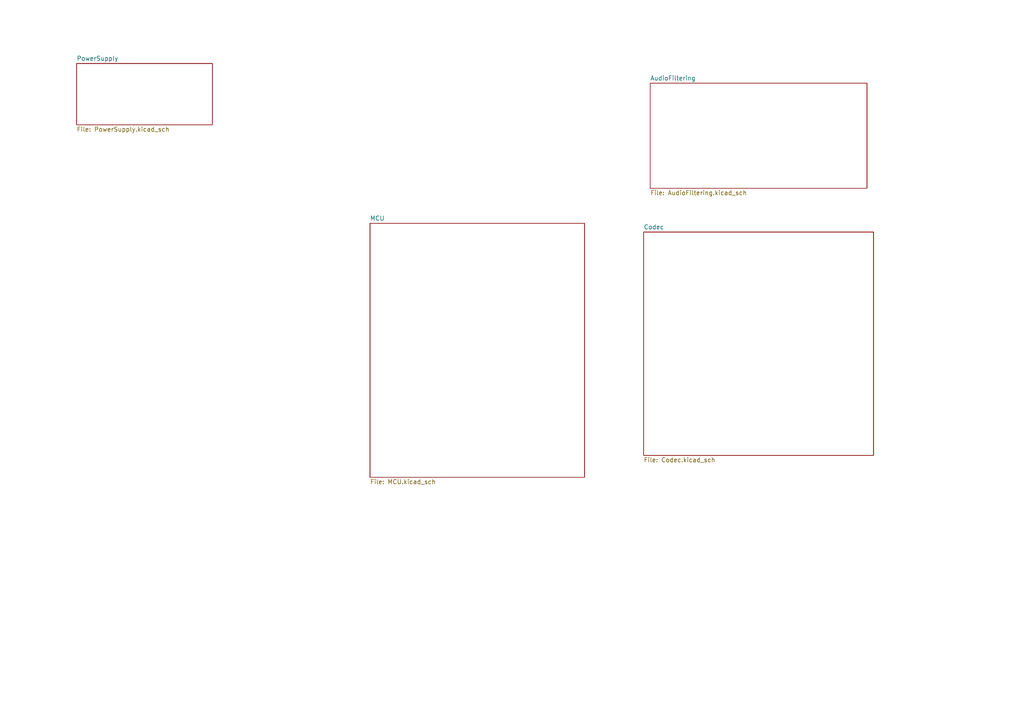
<source format=kicad_sch>
(kicad_sch (version 20230121) (generator eeschema)
  (paper "A4")
  (lib_symbols)
  (sheet (at 188.595 24.13) (size 62.865 30.48) (stroke (width 0.1524))
    (property "Sheetname" "AudioFiltering" (at 188.595 23.4184 0) (effects (justify left bottom)))
    (property "Sheetfile" "AudioFiltering.kicad_sch" (at 188.595 55.1946 0) (effects (justify left top)))
  )
  (sheet (at 22.225 18.415) (size 39.37 17.78) (stroke (width 0.1524))
    (property "Sheetname" "PowerSupply" (at 22.225 17.7034 0) (effects (justify left bottom)))
    (property "Sheetfile" "PowerSupply.kicad_sch" (at 22.225 36.7796 0) (effects (justify left top)))
  )
  (sheet (at 107.315 64.77) (size 62.23 73.66) (stroke (width 0.1524))
    (property "Sheetname" "MCU" (at 107.315 64.0584 0) (effects (justify left bottom)))
    (property "Sheetfile" "MCU.kicad_sch" (at 107.315 139.0146 0) (effects (justify left top)))
  )
  (sheet (at 186.69 67.31) (size 66.675 64.77) (stroke (width 0.1524))
    (property "Sheetname" "Codec" (at 186.69 66.5984 0) (effects (justify left bottom)))
    (property "Sheetfile" "Codec.kicad_sch" (at 186.69 132.6646 0) (effects (justify left top)))
  )
)
</source>
